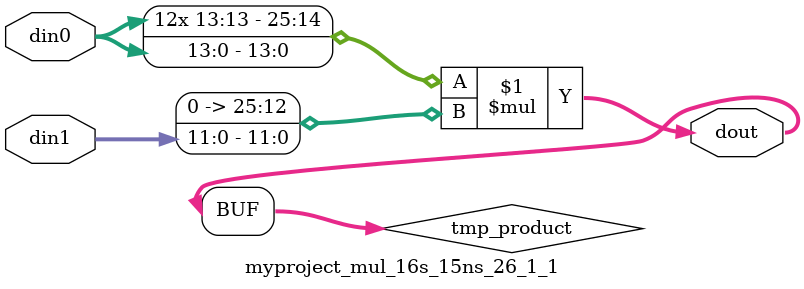
<source format=v>

`timescale 1 ns / 1 ps

  module myproject_mul_16s_15ns_26_1_1(din0, din1, dout);
parameter ID = 1;
parameter NUM_STAGE = 0;
parameter din0_WIDTH = 14;
parameter din1_WIDTH = 12;
parameter dout_WIDTH = 26;

input [din0_WIDTH - 1 : 0] din0; 
input [din1_WIDTH - 1 : 0] din1; 
output [dout_WIDTH - 1 : 0] dout;

wire signed [dout_WIDTH - 1 : 0] tmp_product;












assign tmp_product = $signed(din0) * $signed({1'b0, din1});









assign dout = tmp_product;







endmodule

</source>
